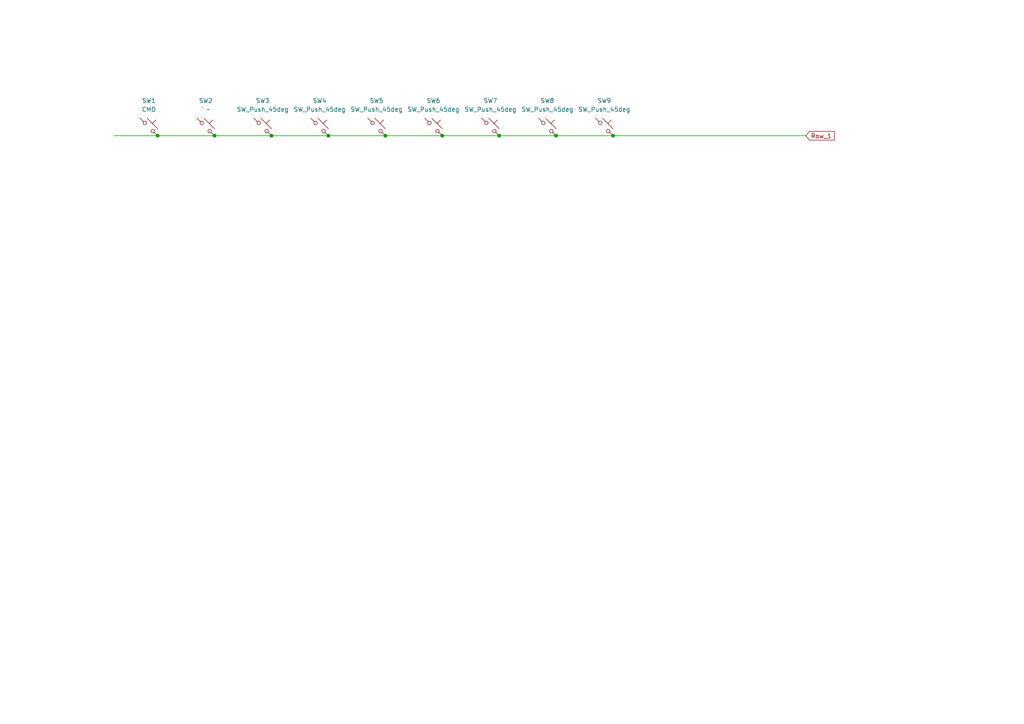
<source format=kicad_sch>
(kicad_sch (version 20250114) (generator "eeschema") (generator_version "9.0")
  (paper "A4")
  (title_block (title "IBM 5324 Keyboard Replacement") (date "26/NOV/2025") (rev "WIP") (company "Brett Hallen"))
  (lib_symbols
    (symbol "Switch:SW_Push_45deg" (pin_numbers (hide yes)) (pin_names (offset 1.016) (hide yes))
      (property "Reference" "SW" (at 3.048 1.016 0))
      (property "Value" "SW_Push_45deg" (at 0 -3.81 0))
      (symbol "SW_Push_45deg_0_1"
        (polyline (pts (xy -2.54 2.54) (xy -1.524 1.524) (xy -1.524 1.524)))
        (circle (center -1.1684 1.1684) (radius 0.508))
        (polyline (pts (xy -0.508 2.54) (xy 2.54 -0.508)))
        (polyline (pts (xy 1.016 1.016) (xy 2.032 2.032)))
        (circle (center 1.143 -1.1938) (radius 0.508))
        (polyline (pts (xy 1.524 -1.524) (xy 2.54 -2.54) (xy 2.54 -2.54) (xy 2.54 -2.54)))
        (pin passive line (at -2.54 2.54 0) (length 0) (name "1") (number "1"))
        (pin passive line (at 2.54 -2.54 180) (length 0) (name "2") (number "2"))
      )
    )
  )
  (junction (at 78.74 39.37))
  (junction (at 95.25 39.37))
  (junction (at 161.29 39.37))
  (junction (at 177.8 39.37))
  (junction (at 111.76 39.37))
  (junction (at 128.27 39.37))
  (junction (at 144.78 39.37))
  (junction (at 62.23 39.37))
  (junction (at 45.72 39.37))
  (wire (pts (xy 62.23 39.37) (xy 78.74 39.37)))
  (wire (pts (xy 95.25 39.37) (xy 111.76 39.37)))
  (wire (pts (xy 45.72 39.37) (xy 62.23 39.37)))
  (wire (pts (xy 33.02 39.37) (xy 45.72 39.37)))
  (wire (pts (xy 78.74 39.37) (xy 95.25 39.37)))
  (wire (pts (xy 177.8 39.37) (xy 233.68 39.37)))
  (wire (pts (xy 111.76 39.37) (xy 128.27 39.37)))
  (wire (pts (xy 144.78 39.37) (xy 161.29 39.37)))
  (wire (pts (xy 161.29 39.37) (xy 177.8 39.37)))
  (wire (pts (xy 128.27 39.37) (xy 144.78 39.37)))
  (global_label "Row_1" (shape input) (at 233.68 39.37 0) (property "Intersheetrefs" "${INTERSHEET_REFS}" (effects (hide yes))))
  (symbol (lib_id "Switch:SW_Push_45deg") (at 125.73 36.83 0) (unit 1)
    (property "Reference" "SW6" (at 125.73 29.21 0))
    (property "Value" "SW_Push_45deg" (at 125.73 31.75 0))
    (property "Description" "Push button switch, normally open, two pins, 45° tilted" (effects (hide yes)))
  )
  (symbol (lib_id "Switch:SW_Push_45deg") (at 59.69 36.83 0) (unit 1)
    (property "Reference" "SW2" (at 59.69 29.21 0))
    (property "Value" "` ~" (at 59.69 31.75 0))
    (property "Description" "Push button switch, normally open, two pins, 45° tilted" (effects (hide yes)))
  )
  (symbol (lib_id "Switch:SW_Push_45deg") (at 76.2 36.83 0) (unit 1)
    (property "Reference" "SW3" (at 76.2 29.21 0))
    (property "Value" "SW_Push_45deg" (at 76.2 31.75 0))
    (property "Description" "Push button switch, normally open, two pins, 45° tilted" (effects (hide yes)))
  )
  (symbol (lib_id "Switch:SW_Push_45deg") (at 175.26 36.83 0) (unit 1)
    (property "Reference" "SW9" (at 175.26 29.21 0))
    (property "Value" "SW_Push_45deg" (at 175.26 31.75 0))
    (property "Description" "Push button switch, normally open, two pins, 45° tilted" (effects (hide yes)))
  )
  (symbol (lib_id "Switch:SW_Push_45deg") (at 43.18 36.83 0) (unit 1)
    (property "Reference" "SW1" (at 43.18 29.21 0))
    (property "Value" "CMD" (at 43.18 31.75 0))
    (property "Description" "Push button switch, normally open, two pins, 45° tilted" (effects (hide yes)))
  )
  (symbol (lib_id "Switch:SW_Push_45deg") (at 158.75 36.83 0) (unit 1)
    (property "Reference" "SW8" (at 158.75 29.21 0))
    (property "Value" "SW_Push_45deg" (at 158.75 31.75 0))
    (property "Description" "Push button switch, normally open, two pins, 45° tilted" (effects (hide yes)))
  )
  (symbol (lib_id "Switch:SW_Push_45deg") (at 92.71 36.83 0) (unit 1)
    (property "Reference" "SW4" (at 92.71 29.21 0))
    (property "Value" "SW_Push_45deg" (at 92.71 31.75 0))
    (property "Description" "Push button switch, normally open, two pins, 45° tilted" (effects (hide yes)))
  )
  (symbol (lib_id "Switch:SW_Push_45deg") (at 109.22 36.83 0) (unit 1)
    (property "Reference" "SW5" (at 109.22 29.21 0))
    (property "Value" "SW_Push_45deg" (at 109.22 31.75 0))
    (property "Description" "Push button switch, normally open, two pins, 45° tilted" (effects (hide yes)))
  )
  (symbol (lib_id "Switch:SW_Push_45deg") (at 142.24 36.83 0) (unit 1)
    (property "Reference" "SW7" (at 142.24 29.21 0))
    (property "Value" "SW_Push_45deg" (at 142.24 31.75 0))
    (property "Description" "Push button switch, normally open, two pins, 45° tilted" (effects (hide yes)))
  )
)
</source>
